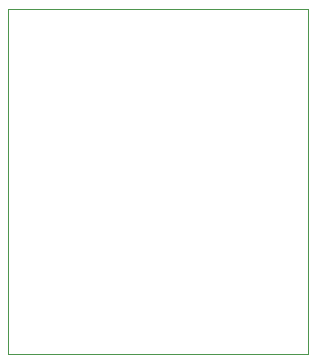
<source format=gbr>
G04 #@! TF.FileFunction,Profile,NP*
%FSLAX46Y46*%
G04 Gerber Fmt 4.6, Leading zero omitted, Abs format (unit mm)*
G04 Created by KiCad (PCBNEW 0.201512051503+6347~38~ubuntu14.04.1-stable) date Sun 13 Dec 2015 13:51:11 CET*
%MOMM*%
G01*
G04 APERTURE LIST*
%ADD10C,0.100000*%
G04 APERTURE END LIST*
D10*
X135890000Y-118110000D02*
X135890000Y-88900000D01*
X161290000Y-118110000D02*
X135890000Y-118110000D01*
X161290000Y-88900000D02*
X161290000Y-118110000D01*
X135890000Y-88900000D02*
X161290000Y-88900000D01*
M02*

</source>
